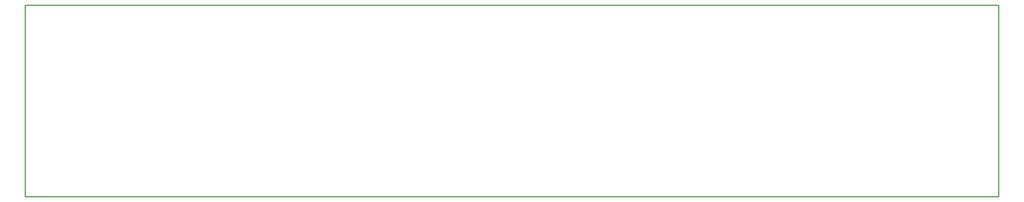
<source format=gm1>
G04 MADE WITH FRITZING*
G04 WWW.FRITZING.ORG*
G04 DOUBLE SIDED*
G04 HOLES PLATED*
G04 CONTOUR ON CENTER OF CONTOUR VECTOR*
%ASAXBY*%
%FSLAX23Y23*%
%MOIN*%
%OFA0B0*%
%SFA1.0B1.0*%
%ADD10R,6.176740X1.223590*%
%ADD11C,0.008000*%
%ADD10C,0.008*%
%LNCONTOUR*%
G90*
G70*
G54D10*
G54D11*
X4Y1220D02*
X6173Y1220D01*
X6173Y4D01*
X4Y4D01*
X4Y1220D01*
D02*
G04 End of contour*
M02*
</source>
